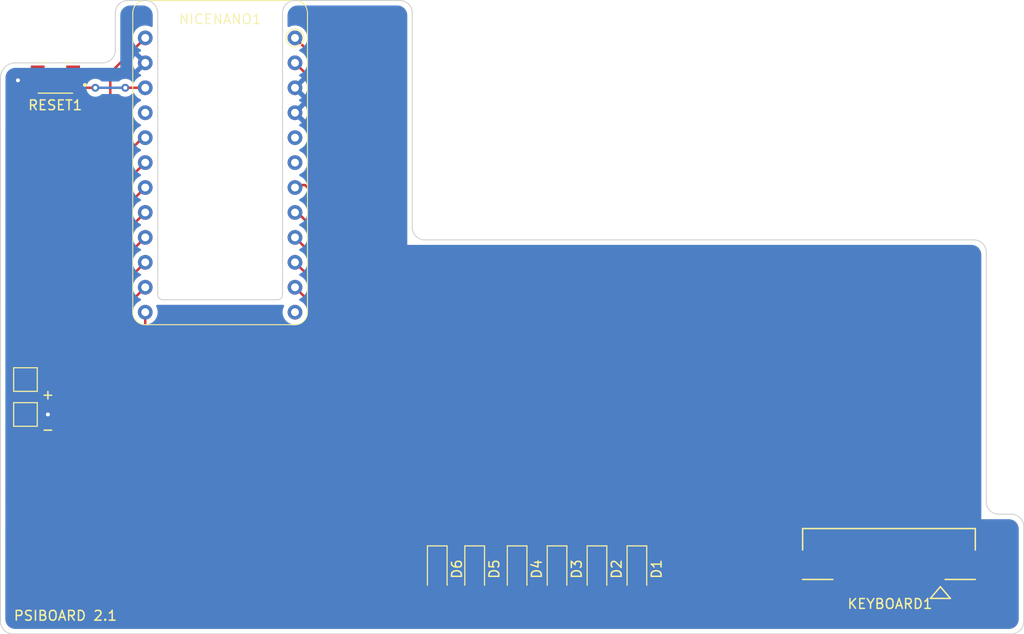
<source format=kicad_pcb>
(kicad_pcb (version 20241229) (generator "pcbnew") (generator_version "9.0")
  (layers (0 "F.Cu" signal) (2 "B.Cu" signal) (13 "F.Paste" user) (15 "B.Paste" user) (5 "F.SilkS" user "F.Silkscreen") (7 "B.SilkS" user "B.Silkscreen") (1 "F.Mask" user) (3 "B.Mask" user) (25 "Edge.Cuts" user))
  (net 0 "")
  (net 1 "ROW6-1")
  (net 2 "ROW6-2")
  (net 3 "ROW6-3")
  (net 4 "ROW6-4")
  (net 5 "ROW6-5")
  (net 6 "ROW6-6")
  (net 11 "ROW0")
  (net 12 "ROW1")
  (net 13 "ROW2")
  (net 14 "ROW3")
  (net 15 "ROW4")
  (net 16 "ROW5")
  (net 17 "ROW6")
  (net 18 "COL0")
  (net 19 "COL6")
  (net 20 "COL7")
  (net 21 "COL1")
  (net 22 "COL2")
  (net 23 "COL3")
  (net 24 "COL4")
  (net 25 "COL5")
  (net 26 "GND")
  (net 27 "RST")
  (net 28 "RAW")
  (footprint "Diode_SMD:D_SOD-123" (layer "F.Cu") (at 119.126 81.534 -90)
    (property "Reference" "D6" (at 0 -2 90) (layer "F.SilkS"))
    (property "Value" "1N4148W")
    (fp_line (start -2.36 1) (end 1.65 1) (stroke (width 0.12)) (layer "F.SilkS"))
    (fp_line (start -2.36 -1) (end -2.36 1) (stroke (width 0.12)) (layer "F.SilkS"))
    (fp_line (start -2.36 -1) (end 1.65 -1) (stroke (width 0.12)) (layer "F.SilkS"))
    (pad "1" smd roundrect (at -1.65 0 270) (size 0.9 1.2) (layers "F.Cu" "F.Mask" "F.Paste") (net 17 "ROW6"))
    (pad "2" smd roundrect (at 1.65 0 270) (size 0.9 1.2) (layers "F.Cu" "F.Mask" "F.Paste") (net 6 "ROW6-6"))
  )
  (footprint "Diode_SMD:D_SOD-123" (layer "F.Cu") (at 139.446 81.534 -90)
    (property "Reference" "D1" (at 0 -2 90) (layer "F.SilkS"))
    (property "Value" "1N4148W")
    (fp_line (start -2.36 1) (end 1.65 1) (stroke (width 0.12)) (layer "F.SilkS"))
    (fp_line (start -2.36 -1) (end -2.36 1) (stroke (width 0.12)) (layer "F.SilkS"))
    (fp_line (start -2.36 -1) (end 1.65 -1) (stroke (width 0.12)) (layer "F.SilkS"))
    (pad "1" smd roundrect (at -1.65 0 270) (size 0.9 1.2) (layers "F.Cu" "F.Mask" "F.Paste") (net 17 "ROW6"))
    (pad "2" smd roundrect (at 1.65 0 270) (size 0.9 1.2) (layers "F.Cu" "F.Mask" "F.Paste") (net 1 "ROW6-1"))
  )
  (footprint "EVQ-P7A01P:SW_EVQ-P7A01P" (layer "F.Cu") (at 80.264 31.496 180)
    (property "Reference" "RESET1" (at 0.022 -2.794 0) (layer "F.SilkS"))
    (property "Value" "EVQ-P7A01P")
    (fp_line (start 1.75 1.5635) (end 0.85 1.5635) (stroke (width 0.127)) (layer "F.SilkS"))
    (fp_line (start -0.85 1.5635) (end -1.75 1.5635) (stroke (width 0.127)) (layer "F.SilkS"))
    (fp_line (start -1.75 -1.5635) (end 1.75 -1.5635) (stroke (width 0.127)) (layer "F.SilkS"))
    (fp_circle (center -3 -0.725) (end -2.9 -0.725) (stroke (width 0.2)) (fill no) (layer "F.SilkS"))
    (pad "1_1" smd rect (at -1.8 -0.725 180) (size 1.4 1.05) (layers "F.Cu" "F.Mask" "F.Paste") (net 27 "RST"))
    (pad "1_2" smd rect (at 1.8 -0.725 180) (size 1.4 1.05) (layers "F.Cu" "F.Mask" "F.Paste") (net 27 "RST"))
    (pad "2_1" smd rect (at -1.8 0.725 180) (size 1.4 1.05) (layers "F.Cu" "F.Mask" "F.Paste") (net 26 "GND"))
    (pad "2_2" smd rect (at 1.8 0.725 180) (size 1.4 1.05) (layers "F.Cu" "F.Mask" "F.Paste") (net 26 "GND"))
  )
  (footprint "Diode_SMD:D_SOD-123" (layer "F.Cu") (at 135.382 81.534 -90)
    (property "Reference" "D2" (at 0 -2 90) (layer "F.SilkS"))
    (property "Value" "1N4148W")
    (fp_line (start -2.36 1) (end 1.65 1) (stroke (width 0.12)) (layer "F.SilkS"))
    (fp_line (start -2.36 -1) (end -2.36 1) (stroke (width 0.12)) (layer "F.SilkS"))
    (fp_line (start -2.36 -1) (end 1.65 -1) (stroke (width 0.12)) (layer "F.SilkS"))
    (pad "1" smd roundrect (at -1.65 0 270) (size 0.9 1.2) (layers "F.Cu" "F.Mask" "F.Paste") (net 17 "ROW6"))
    (pad "2" smd roundrect (at 1.65 0 270) (size 0.9 1.2) (layers "F.Cu" "F.Mask" "F.Paste") (net 2 "ROW6-2"))
  )
  (footprint "22-pin molex:CON_524352271_MOL" (layer "F.Cu") (at 165.1 80 180)
    (property "Reference" "KEYBOARD1" (at -0.1016 -5.08 0) (layer "F.SilkS"))
    (property "Value" "Conn_01x22")
    (fp_poly (pts (xy 7.8 -2.1) (xy 8.9 -2.1) (xy 8.9 0.1) (xy 7.8 0.1)) (stroke (width 0.0254)) (fill yes) (layer "F.Cu"))
    (fp_poly (pts (xy -7.8 -2.1) (xy -8.9 -2.1) (xy -8.9 0.1) (xy -7.8 0.1)) (stroke (width 0.0254)) (fill yes) (layer "F.Cu"))
    (fp_line (start 8.7884 2.5908) (end 8.7884 0.4064) (stroke (width 0.1524)) (layer "F.SilkS"))
    (fp_line (start 8.7884 -2.5908) (end 5.715 -2.5908) (stroke (width 0.1524)) (layer "F.SilkS"))
    (fp_line (start -4.2164 -4.5212) (end -5.2324 -3.3274) (stroke (width 0.1524)) (layer "F.SilkS"))
    (fp_line (start -5.715 -2.5908) (end -8.7884 -2.5908) (stroke (width 0.1524)) (layer "F.SilkS"))
    (fp_line (start -6.2484 -4.5212) (end -4.2164 -4.5212) (stroke (width 0.1524)) (layer "F.SilkS"))
    (fp_line (start -6.2484 -4.5212) (end -5.2324 -3.3274) (stroke (width 0.1524)) (layer "F.SilkS"))
    (fp_line (start -8.7884 2.5908) (end 8.7884 2.5908) (stroke (width 0.1524)) (layer "F.SilkS"))
    (fp_line (start -8.7884 0.4064) (end -8.7884 2.5908) (stroke (width 0.1524)) (layer "F.SilkS"))
    (pad "1" smd rect (at -5.24999 -2.5 180) (size 0.3 0.8) (layers "F.Cu" "F.Mask" "F.Paste"))
    (pad "2" smd rect (at -4.74999 -2.5 180) (size 0.3 0.8) (layers "F.Cu" "F.Mask" "F.Paste") (net 6 "ROW6-6"))
    (pad "3" smd rect (at -4.24999 -2.5 180) (size 0.3 0.8) (layers "F.Cu" "F.Mask" "F.Paste") (net 5 "ROW6-5"))
    (pad "4" smd rect (at -3.74999 -2.5 180) (size 0.3 0.8) (layers "F.Cu" "F.Mask" "F.Paste") (net 4 "ROW6-4"))
    (pad "5" smd rect (at -3.24999 -2.5 180) (size 0.3 0.8) (layers "F.Cu" "F.Mask" "F.Paste") (net 3 "ROW6-3"))
    (pad "6" smd rect (at -2.74999 -2.5 180) (size 0.3 0.8) (layers "F.Cu" "F.Mask" "F.Paste") (net 2 "ROW6-2"))
    (pad "7" smd rect (at -2.24999 -2.5 180) (size 0.3 0.8) (layers "F.Cu" "F.Mask" "F.Paste") (net 1 "ROW6-1"))
    (pad "8" smd rect (at -1.74999 -2.5 180) (size 0.3 0.8) (layers "F.Cu" "F.Mask" "F.Paste") (net 16 "ROW5"))
    (pad "9" smd rect (at -1.24999 -2.5 180) (size 0.3 0.8) (layers "F.Cu" "F.Mask" "F.Paste") (net 15 "ROW4"))
    (pad "10" smd rect (at -0.749988 -2.5 180) (size 0.3 0.8) (layers "F.Cu" "F.Mask" "F.Paste") (net 14 "ROW3"))
    (pad "11" smd rect (at -0.249991 -2.5 180) (size 0.3 0.8) (layers "F.Cu" "F.Mask" "F.Paste") (net 13 "ROW2"))
    (pad "12" smd rect (at 0.250009 -2.5 180) (size 0.3 0.8) (layers "F.Cu" "F.Mask" "F.Paste") (net 12 "ROW1"))
    (pad "13" smd rect (at 0.750012 -2.5 180) (size 0.3 0.8) (layers "F.Cu" "F.Mask" "F.Paste") (net 20 "COL7"))
    (pad "14" smd rect (at 1.25001 -2.5 180) (size 0.3 0.8) (layers "F.Cu" "F.Mask" "F.Paste") (net 19 "COL6"))
    (pad "15" smd rect (at 1.75001 -2.5 180) (size 0.3 0.8) (layers "F.Cu" "F.Mask" "F.Paste") (net 25 "COL5"))
    (pad "16" smd rect (at 2.25001 -2.5 180) (size 0.3 0.8) (layers "F.Cu" "F.Mask" "F.Paste") (net 11 "ROW0"))
    (pad "17" smd rect (at 2.75001 -2.5 180) (size 0.3 0.8) (layers "F.Cu" "F.Mask" "F.Paste") (net 24 "COL4"))
    (pad "18" smd rect (at 3.25001 -2.5 180) (size 0.3 0.8) (layers "F.Cu" "F.Mask" "F.Paste") (net 23 "COL3"))
    (pad "19" smd rect (at 3.75001 -2.5 180) (size 0.3 0.8) (layers "F.Cu" "F.Mask" "F.Paste") (net 22 "COL2"))
    (pad "20" smd rect (at 4.25001 -2.5 180) (size 0.3 0.8) (layers "F.Cu" "F.Mask" "F.Paste") (net 21 "COL1"))
    (pad "21" smd rect (at 4.75001 -2.5 180) (size 0.3 0.8) (layers "F.Cu" "F.Mask" "F.Paste") (net 18 "COL0"))
    (pad "22" smd rect (at 5.25001 -2.5 180) (size 0.3 0.8) (layers "F.Cu" "F.Mask" "F.Paste"))
    (pad "P1" smd rect (at -7.14999 -0.575 180) (size 1.3 3.05) (layers "F.Cu" "F.Mask" "F.Paste"))
    (pad "P2" smd rect (at 7.14999 -0.575 180) (size 1.3 3.05) (layers "F.Cu" "F.Mask" "F.Paste"))
  )
  (footprint "Diode_SMD:D_SOD-123" (layer "F.Cu") (at 131.318 81.534 -90)
    (property "Reference" "D3" (at 0 -2 90) (layer "F.SilkS"))
    (property "Value" "1N4148W")
    (fp_line (start -2.36 1) (end 1.65 1) (stroke (width 0.12)) (layer "F.SilkS"))
    (fp_line (start -2.36 -1) (end -2.36 1) (stroke (width 0.12)) (layer "F.SilkS"))
    (fp_line (start -2.36 -1) (end 1.65 -1) (stroke (width 0.12)) (layer "F.SilkS"))
    (pad "1" smd roundrect (at -1.65 0 270) (size 0.9 1.2) (layers "F.Cu" "F.Mask" "F.Paste") (net 17 "ROW6"))
    (pad "2" smd roundrect (at 1.65 0 270) (size 0.9 1.2) (layers "F.Cu" "F.Mask" "F.Paste") (net 3 "ROW6-3"))
  )
  (footprint "Diode_SMD:D_SOD-123" (layer "F.Cu") (at 122.936 81.534 -90)
    (property "Reference" "D5" (at 0 -2 90) (layer "F.SilkS"))
    (property "Value" "1N4148W")
    (fp_line (start -2.36 1) (end 1.65 1) (stroke (width 0.12)) (layer "F.SilkS"))
    (fp_line (start -2.36 -1) (end -2.36 1) (stroke (width 0.12)) (layer "F.SilkS"))
    (fp_line (start -2.36 -1) (end 1.65 -1) (stroke (width 0.12)) (layer "F.SilkS"))
    (pad "1" smd roundrect (at -1.65 0 270) (size 0.9 1.2) (layers "F.Cu" "F.Mask" "F.Paste") (net 17 "ROW6"))
    (pad "2" smd roundrect (at 1.65 0 270) (size 0.9 1.2) (layers "F.Cu" "F.Mask" "F.Paste") (net 5 "ROW6-5"))
  )
  (footprint "TestPoint:TestPoint_Pad_2.0x2.0mm" (layer "F.Cu") (at 77.216 62.23)
    (property "Reference" "J2" (hide yes))
    (property "Value" "BAT+")
    (fp_line (start -1.2 -1.2) (end 1.2 -1.2) (stroke (width 0.12)) (layer "F.SilkS"))
    (fp_line (start -1.2 1.2) (end -1.2 -1.2) (stroke (width 0.12)) (layer "F.SilkS"))
    (fp_line (start 1.2 -1.2) (end 1.2 1.2) (stroke (width 0.12)) (layer "F.SilkS"))
    (fp_line (start 1.2 1.2) (end -1.2 1.2) (stroke (width 0.12)) (layer "F.SilkS"))
    (fp_text user "+" (at 2.286 1.524 0) (layer "F.SilkS"))
    (pad "1" smd rect (at 0 0) (size 2 2) (layers "F.Cu" "F.Mask") (net 28 "RAW"))
  )
  (footprint "Diode_SMD:D_SOD-123" (layer "F.Cu") (at 127.254 81.534 -90)
    (property "Reference" "D4" (at 0 -2 90) (layer "F.SilkS"))
    (property "Value" "1N4148W")
    (fp_line (start -2.36 1) (end 1.65 1) (stroke (width 0.12)) (layer "F.SilkS"))
    (fp_line (start -2.36 -1) (end -2.36 1) (stroke (width 0.12)) (layer "F.SilkS"))
    (fp_line (start -2.36 -1) (end 1.65 -1) (stroke (width 0.12)) (layer "F.SilkS"))
    (pad "1" smd roundrect (at -1.65 0 270) (size 0.9 1.2) (layers "F.Cu" "F.Mask" "F.Paste") (net 17 "ROW6"))
    (pad "2" smd roundrect (at 1.65 0 270) (size 0.9 1.2) (layers "F.Cu" "F.Mask" "F.Paste") (net 4 "ROW6-4"))
  )
  (footprint "TestPoint:TestPoint_Pad_2.0x2.0mm" (layer "F.Cu") (at 77.216 65.786)
    (property "Reference" "J3" (hide yes))
    (property "Value" "BAT-")
    (fp_line (start -1.2 -1.2) (end 1.2 -1.2) (stroke (width 0.12)) (layer "F.SilkS"))
    (fp_line (start -1.2 1.2) (end -1.2 -1.2) (stroke (width 0.12)) (layer "F.SilkS"))
    (fp_line (start 1.2 -1.2) (end 1.2 1.2) (stroke (width 0.12)) (layer "F.SilkS"))
    (fp_line (start 1.2 1.2) (end -1.2 1.2) (stroke (width 0.12)) (layer "F.SilkS"))
    (fp_text user "-" (at 2.286 1.524 0) (layer "F.SilkS"))
    (pad "1" smd rect (at 0 0) (size 2 2) (layers "F.Cu" "F.Mask") (net 26 "GND"))
  )
  (footprint "Library:nice!nano" (layer "F.Cu") (at 97.028 40.132)
    (property "Reference" "NICENANO1" (at 0 -14.605 0) (layer "F.SilkS") (effects (font (thickness 0.1))))
    (property "Value" "nice!nano")
    (fp_line (start -8.89 15.24) (end -8.89 -15.24) (stroke (width 0.1)) (layer "F.SilkS"))
    (fp_line (start -7.62 -16.51) (end 7.62 -16.51) (stroke (width 0.1)) (layer "F.SilkS"))
    (fp_line (start 7.62 16.51) (end -7.62 16.51) (stroke (width 0.1)) (layer "F.SilkS"))
    (fp_line (start 8.89 -15.24) (end 8.89 15.24) (stroke (width 0.1)) (layer "F.SilkS"))
    (fp_arc (start -8.89 -15.24) (mid -8.518026 -16.138026) (end -7.62 -16.51) (stroke (width 0.1)) (layer "F.SilkS"))
    (fp_arc (start -7.62 16.51) (mid -8.518026 16.138026) (end -8.89 15.24) (stroke (width 0.1)) (layer "F.SilkS"))
    (fp_arc (start 7.62 -16.51) (mid 8.518026 -16.138026) (end 8.89 -15.24) (stroke (width 0.1)) (layer "F.SilkS"))
    (fp_arc (start 8.89 15.24) (mid 8.518026 16.138026) (end 7.62 16.51) (stroke (width 0.1)) (layer "F.SilkS"))
    (fp_circle (center 7.62 -12.7) (end 8.255 -12.065) (stroke (width 0.1)) (fill no) (layer "F.SilkS"))
    (pad "1" thru_hole circle (at 7.62 -12.7) (size 1.5 1.5) (drill 0.8) (layers "*.Cu" "*.Mask") (net 16 "ROW5"))
    (pad "2" thru_hole circle (at 7.62 -10.16) (size 1.5 1.5) (drill 0.8) (layers "*.Cu" "*.Mask") (net 15 "ROW4"))
    (pad "3" thru_hole circle (at 7.62 -7.62) (size 1.5 1.5) (drill 0.8) (layers "*.Cu" "*.Mask") (net 26 "GND"))
    (pad "4" thru_hole circle (at 7.62 -5.08) (size 1.5 1.5) (drill 0.8) (layers "*.Cu" "*.Mask") (net 26 "GND"))
    (pad "5" thru_hole circle (at 7.62 -2.54) (size 1.5 1.5) (drill 0.8) (layers "*.Cu" "*.Mask"))
    (pad "6" thru_hole circle (at 7.62 0) (size 1.5 1.5) (drill 0.8) (layers "*.Cu" "*.Mask"))
    (pad "7" thru_hole circle (at 7.62 2.54) (size 1.5 1.5) (drill 0.8) (layers "*.Cu" "*.Mask") (net 14 "ROW3"))
    (pad "8" thru_hole circle (at 7.62 5.08) (size 1.5 1.5) (drill 0.8) (layers "*.Cu" "*.Mask") (net 13 "ROW2"))
    (pad "9" thru_hole circle (at 7.62 7.62) (size 1.5 1.5) (drill 0.8) (layers "*.Cu" "*.Mask") (net 12 "ROW1"))
    (pad "10" thru_hole circle (at 7.62 10.16) (size 1.5 1.5) (drill 0.8) (layers "*.Cu" "*.Mask") (net 20 "COL7"))
    (pad "11" thru_hole circle (at 7.62 12.7) (size 1.5 1.5) (drill 0.8) (layers "*.Cu" "*.Mask") (net 19 "COL6"))
    (pad "12" thru_hole circle (at 7.62 15.24) (size 1.5 1.5) (drill 0.8) (layers "*.Cu" "*.Mask"))
    (pad "13" thru_hole circle (at -7.620001 15.240001) (size 1.5 1.5) (drill 0.8) (layers "*.Cu" "*.Mask") (net 25 "COL5"))
    (pad "14" thru_hole circle (at -7.62 12.7) (size 1.5 1.5) (drill 0.8) (layers "*.Cu" "*.Mask") (net 11 "ROW0"))
    (pad "15" thru_hole circle (at -7.62 10.16) (size 1.5 1.5) (drill 0.8) (layers "*.Cu" "*.Mask") (net 24 "COL4"))
    (pad "16" thru_hole circle (at -7.62 7.62) (size 1.5 1.5) (drill 0.8) (layers "*.Cu" "*.Mask") (net 23 "COL3"))
    (pad "17" thru_hole circle (at -7.62 5.08) (size 1.5 1.5) (drill 0.8) (layers "*.Cu" "*.Mask") (net 22 "COL2"))
    (pad "18" thru_hole circle (at -7.62 2.54) (size 1.5 1.5) (drill 0.8) (layers "*.Cu" "*.Mask") (net 21 "COL1"))
    (pad "19" thru_hole circle (at -7.62 0) (size 1.5 1.5) (drill 0.8) (layers "*.Cu" "*.Mask") (net 18 "COL0"))
    (pad "20" thru_hole circle (at -7.62 -2.54) (size 1.5 1.5) (drill 0.8) (layers "*.Cu" "*.Mask") (net 17 "ROW6"))
    (pad "21" thru_hole circle (at -7.62 -5.08) (size 1.5 1.5) (drill 0.8) (layers "*.Cu" "*.Mask"))
    (pad "22" thru_hole circle (at -7.62 -7.62) (size 1.5 1.5) (drill 0.8) (layers "*.Cu" "*.Mask") (net 27 "RST"))
    (pad "23" thru_hole circle (at -7.62 -10.16) (size 1.5 1.5) (drill 0.8) (layers "*.Cu" "*.Mask") (net 26 "GND"))
    (pad "24" thru_hole circle (at -7.62 -12.7) (size 1.5 1.5) (drill 0.8) (layers "*.Cu" "*.Mask") (net 28 "RAW"))
  )
  (gr_arc (start 177.546 75.946) (mid 178.444026 76.317974) (end 178.816 77.216) (stroke (width 0.1)) (layer "Edge.Cuts"))
  (gr_line (start 85.09 29.972001) (end 76.2 29.972001) (stroke (width 0.1)) (layer "Edge.Cuts"))
  (gr_line (start 177.546 88.138) (end 75.946 88.138) (stroke (width 0.1)) (layer "Edge.Cuts"))
  (gr_arc (start 91.186 54.102) (mid 90.82679 53.95321) (end 90.678 53.594) (stroke (width 0.1)) (layer "Edge.Cuts"))
  (gr_arc (start 86.36 24.892) (mid 86.731974 23.993974) (end 87.63 23.622) (stroke (width 0.1)) (layer "Edge.Cuts"))
  (gr_line (start 74.676 31.496) (end 74.676 86.868) (stroke (width 0.1)) (layer "Edge.Cuts"))
  (gr_line (start 102.87 54.102) (end 91.186 54.102) (stroke (width 0.1)) (layer "Edge.Cuts"))
  (gr_arc (start 89.407999 23.622001) (mid 90.306025 23.993975) (end 90.677999 24.892001) (stroke (width 0.1)) (layer "Edge.Cuts"))
  (gr_line (start 90.678 53.594) (end 90.678 24.892001) (stroke (width 0.1)) (layer "Edge.Cuts"))
  (gr_line (start 103.378002 24.892001) (end 103.378 53.594) (stroke (width 0.1)) (layer "Edge.Cuts"))
  (gr_line (start 177.546 75.946) (end 176.276 75.946) (stroke (width 0.1)) (layer "Edge.Cuts"))
  (gr_line (start 178.816 77.216) (end 178.816 86.868) (stroke (width 0.1)) (layer "Edge.Cuts"))
  (gr_line (start 117.856 48.006) (end 173.736 48.006) (stroke (width 0.1)) (layer "Edge.Cuts"))
  (gr_arc (start 86.360001 28.702) (mid 85.988026 29.600026) (end 85.09 29.972001) (stroke (width 0.1)) (layer "Edge.Cuts"))
  (gr_arc (start 75.946 88.138) (mid 75.047974 87.766026) (end 74.676 86.868) (stroke (width 0.1)) (layer "Edge.Cuts"))
  (gr_arc (start 117.856 48.006) (mid 116.957974 47.634026) (end 116.586 46.736) (stroke (width 0.1)) (layer "Edge.Cuts"))
  (gr_line (start 116.586 46.736) (end 116.586 24.892) (stroke (width 0.1)) (layer "Edge.Cuts"))
  (gr_arc (start 103.378 53.594) (mid 103.22921 53.95321) (end 102.87 54.102) (stroke (width 0.1)) (layer "Edge.Cuts"))
  (gr_arc (start 115.315999 23.622) (mid 116.214025 23.993974) (end 116.585999 24.892) (stroke (width 0.1)) (layer "Edge.Cuts"))
  (gr_line (start 86.360001 28.702) (end 86.36 24.892) (stroke (width 0.1)) (layer "Edge.Cuts"))
  (gr_line (start 89.407999 23.622001) (end 87.63 23.622001) (stroke (width 0.1)) (layer "Edge.Cuts"))
  (gr_arc (start 74.676001 31.496) (mid 75.12237 30.41837) (end 76.2 29.972001) (stroke (width 0.1)) (layer "Edge.Cuts"))
  (gr_arc (start 173.736 48.006) (mid 174.634026 48.377974) (end 175.006 49.276) (stroke (width 0.1)) (layer "Edge.Cuts"))
  (gr_arc (start 178.816 86.868) (mid 178.444026 87.766026) (end 177.546 88.138) (stroke (width 0.1)) (layer "Edge.Cuts"))
  (gr_arc (start 176.276 75.946) (mid 175.377974 75.574026) (end 175.006 74.676) (stroke (width 0.1)) (layer "Edge.Cuts"))
  (gr_line (start 115.316 23.622) (end 104.648001 23.622) (stroke (width 0.1)) (layer "Edge.Cuts"))
  (gr_line (start 175.006 49.276) (end 175.006 74.676) (stroke (width 0.1)) (layer "Edge.Cuts"))
  (gr_arc (start 103.378001 24.892001) (mid 103.749975 23.993975) (end 104.648001 23.622001) (stroke (width 0.1)) (layer "Edge.Cuts"))
  (gr_text "PSIBOARD 2.1" (at 75.946 86.868 0) (layer "F.SilkS") (effects (font (size 1 1)) (justify left bottom)))
  (segment (start 167.34999 82.5) (end 167.34999 83.202) (width 0.25) (layer "F.Cu") (net 1))
  (segment (start 165.96999 84.582) (end 140.844 84.582) (width 0.25) (layer "F.Cu") (net 1))
  (segment (start 140.844 84.582) (end 139.446 83.184) (width 0.25) (layer "F.Cu") (net 1))
  (segment (start 167.34999 83.202) (end 165.96999 84.582) (width 0.25) (layer "F.Cu") (net 1))
  (segment (start 137.231 85.033) (end 135.382 83.184) (width 0.25) (layer "F.Cu") (net 2))
  (segment (start 167.84999 82.5) (end 167.84999 83.33981) (width 0.25) (layer "F.Cu") (net 2))
  (segment (start 167.84999 83.33981) (end 166.1568 85.033) (width 0.25) (layer "F.Cu") (net 2))
  (segment (start 166.1568 85.033) (end 137.231 85.033) (width 0.25) (layer "F.Cu") (net 2))
  (segment (start 133.618 85.484) (end 131.318 83.184) (width 0.25) (layer "F.Cu") (net 3))
  (segment (start 168.34999 83.47762) (end 166.34361 85.484) (width 0.25) (layer "F.Cu") (net 3))
  (segment (start 166.34361 85.484) (end 133.618 85.484) (width 0.25) (layer "F.Cu") (net 3))
  (segment (start 168.34999 82.5) (end 168.34999 83.47762) (width 0.25) (layer "F.Cu") (net 3))
  (segment (start 168.84999 83.61543) (end 166.53042 85.935) (width 0.25) (layer "F.Cu") (net 4))
  (segment (start 168.84999 82.5) (end 168.84999 83.61543) (width 0.25) (layer "F.Cu") (net 4))
  (segment (start 130.005 85.935) (end 127.254 83.184) (width 0.25) (layer "F.Cu") (net 4))
  (segment (start 166.53042 85.935) (end 130.005 85.935) (width 0.25) (layer "F.Cu") (net 4))
  (segment (start 169.34999 83.75324) (end 169.34999 82.5) (width 0.25) (layer "F.Cu") (net 5))
  (segment (start 126.138 86.386) (end 166.71723 86.386) (width 0.25) (layer "F.Cu") (net 5))
  (segment (start 166.71723 86.386) (end 169.34999 83.75324) (width 0.25) (layer "F.Cu") (net 5))
  (segment (start 122.936 83.184) (end 126.138 86.386) (width 0.25) (layer "F.Cu") (net 5))
  (segment (start 119.126 83.184) (end 122.779 86.837) (width 0.25) (layer "F.Cu") (net 6))
  (segment (start 167.21499 86.837) (end 169.84999 84.202) (width 0.25) (layer "F.Cu") (net 6))
  (segment (start 122.779 86.837) (end 167.21499 86.837) (width 0.25) (layer "F.Cu") (net 6))
  (segment (start 169.84999 84.202) (end 169.84999 82.5) (width 0.25) (layer "F.Cu") (net 6))
  (segment (start 105.41 75.184) (end 87.376 57.15) (width 0.25) (layer "F.Cu") (net 11))
  (segment (start 163.322 78.486) (end 163.322 77.724) (width 0.25) (layer "F.Cu") (net 11))
  (segment (start 162.84999 82.5) (end 162.87399 82.476) (width 0.25) (layer "F.Cu") (net 11))
  (segment (start 87.376 57.15) (end 87.376 54.864) (width 0.25) (layer "F.Cu") (net 11))
  (segment (start 163.322 77.724) (end 160.782 75.184) (width 0.25) (layer "F.Cu") (net 11))
  (segment (start 162.84999 82.5) (end 162.84999 78.95801) (width 0.25) (layer "F.Cu") (net 11))
  (segment (start 160.782 75.184) (end 105.41 75.184) (width 0.25) (layer "F.Cu") (net 11))
  (segment (start 87.376 54.864) (end 89.408 52.832) (width 0.25) (layer "F.Cu") (net 11))
  (segment (start 162.84999 78.95801) (end 163.322 78.486) (width 0.25) (layer "F.Cu") (net 11))
  (segment (start 166.116 79.248) (end 166.116 75.946) (width 0.25) (layer "F.Cu") (net 12))
  (segment (start 109.728 69.596) (end 109.728 52.832) (width 0.25) (layer "F.Cu") (net 12))
  (segment (start 164.873991 82.476) (end 164.873991 80.490009) (width 0.25) (layer "F.Cu") (net 12))
  (segment (start 164.849991 82.5) (end 164.873991 82.476) (width 0.25) (layer "F.Cu") (net 12))
  (segment (start 166.116 75.946) (end 162.306 72.136) (width 0.25) (layer "F.Cu") (net 12))
  (segment (start 112.268 72.136) (end 109.728 69.596) (width 0.25) (layer "F.Cu") (net 12))
  (segment (start 162.306 72.136) (end 112.268 72.136) (width 0.25) (layer "F.Cu") (net 12))
  (segment (start 164.873991 80.490009) (end 166.116 79.248) (width 0.25) (layer "F.Cu") (net 12))
  (segment (start 109.728 52.832) (end 104.648 47.752) (width 0.25) (layer "F.Cu") (net 12))
  (segment (start 165.373988 80.752012) (end 166.624 79.502) (width 0.25) (layer "F.Cu") (net 13))
  (segment (start 110.998 69.088) (end 110.998 51.308) (width 0.25) (layer "F.Cu") (net 13))
  (segment (start 165.349991 82.5) (end 165.373988 82.476003) (width 0.25) (layer "F.Cu") (net 13))
  (segment (start 162.56 71.628) (end 113.538 71.628) (width 0.25) (layer "F.Cu") (net 13))
  (segment (start 110.998 51.308) (end 104.902 45.212) (width 0.25) (layer "F.Cu") (net 13))
  (segment (start 165.373988 82.476003) (end 165.373988 80.752012) (width 0.25) (layer "F.Cu") (net 13))
  (segment (start 166.624 75.692) (end 162.56 71.628) (width 0.25) (layer "F.Cu") (net 13))
  (segment (start 166.624 79.502) (end 166.624 75.692) (width 0.25) (layer "F.Cu") (net 13))
  (segment (start 113.538 71.628) (end 110.998 69.088) (width 0.25) (layer "F.Cu") (net 13))
  (segment (start 104.902 45.212) (end 104.648 45.212) (width 0.25) (layer "F.Cu") (net 13))
  (segment (start 165.87399 82.475998) (end 165.87399 81.01401) (width 0.25) (layer "F.Cu") (net 14))
  (segment (start 105.664 42.418) (end 104.902 42.418) (width 0.25) (layer "F.Cu") (net 14))
  (segment (start 162.814 71.12) (end 114.808 71.12) (width 0.25) (layer "F.Cu") (net 14))
  (segment (start 114.808 71.12) (end 112.268 68.58) (width 0.25) (layer "F.Cu") (net 14))
  (segment (start 167.132 75.438) (end 162.814 71.12) (width 0.25) (layer "F.Cu") (net 14))
  (segment (start 112.268 49.022) (end 105.664 42.418) (width 0.25) (layer "F.Cu") (net 14))
  (segment (start 104.902 42.418) (end 104.648 42.672) (width 0.25) (layer "F.Cu") (net 14))
  (segment (start 165.849988 82.5) (end 165.87399 82.475998) (width 0.25) (layer "F.Cu") (net 14))
  (segment (start 112.268 68.58) (end 112.268 49.022) (width 0.25) (layer "F.Cu") (net 14))
  (segment (start 167.132 79.756) (end 167.132 75.438) (width 0.25) (layer "F.Cu") (net 14))
  (segment (start 165.87399 81.01401) (end 167.132 79.756) (width 0.25) (layer "F.Cu") (net 14))
  (segment (start 167.64 75.184) (end 163.068 70.612) (width 0.25) (layer "F.Cu") (net 15))
  (segment (start 163.068 70.612) (end 115.824 70.612) (width 0.25) (layer "F.Cu") (net 15))
  (segment (start 166.34999 82.5) (end 166.37399 82.476) (width 0.25) (layer "F.Cu") (net 15))
  (segment (start 166.37399 82.476) (end 166.37399 81.27601) (width 0.25) (layer "F.Cu") (net 15))
  (segment (start 115.824 70.612) (end 113.538 68.326) (width 0.25) (layer "F.Cu") (net 15))
  (segment (start 113.538 38.862) (end 104.648 29.972) (width 0.25) (layer "F.Cu") (net 15))
  (segment (start 166.37399 81.27601) (end 167.64 80.01) (width 0.25) (layer "F.Cu") (net 15))
  (segment (start 113.538 68.326) (end 113.538 38.862) (width 0.25) (layer "F.Cu") (net 15))
  (segment (start 167.64 80.01) (end 167.64 75.184) (width 0.25) (layer "F.Cu") (net 15))
  (segment (start 114.808 68.072) (end 114.808 37.592) (width 0.25) (layer "F.Cu") (net 16))
  (segment (start 166.84999 82.5) (end 166.87399 82.476) (width 0.25) (layer "F.Cu") (net 16))
  (segment (start 116.84 70.104) (end 114.808 68.072) (width 0.25) (layer "F.Cu") (net 16))
  (segment (start 114.808 37.592) (end 104.648 27.432) (width 0.25) (layer "F.Cu") (net 16))
  (segment (start 166.87399 81.53801) (end 168.148 80.264) (width 0.25) (layer "F.Cu") (net 16))
  (segment (start 166.87399 82.476) (end 166.87399 81.53801) (width 0.25) (layer "F.Cu") (net 16))
  (segment (start 168.148 80.264) (end 168.148 74.93) (width 0.25) (layer "F.Cu") (net 16))
  (segment (start 163.322 70.104) (end 116.84 70.104) (width 0.25) (layer "F.Cu") (net 16))
  (segment (start 168.148 74.93) (end 163.322 70.104) (width 0.25) (layer "F.Cu") (net 16))
  (segment (start 139.446 79.884) (end 139.32 80.01) (width 0.25) (layer "F.Cu") (net 17))
  (segment (start 131.318 79.884) (end 127.254 79.884) (width 0.25) (layer "F.Cu") (net 17))
  (segment (start 127.254 79.884) (end 122.936 79.884) (width 0.25) (layer "F.Cu") (net 17))
  (segment (start 119.126 79.884) (end 94.87 79.884) (width 0.25) (layer "F.Cu") (net 17))
  (segment (start 135.382 79.884) (end 131.318 79.884) (width 0.25) (layer "F.Cu") (net 17))
  (segment (start 122.936 79.884) (end 119.126 79.884) (width 0.25) (layer "F.Cu") (net 17))
  (segment (start 89.154 37.592) (end 89.408 37.592) (width 0.25) (layer "F.Cu") (net 17))
  (segment (start 131.318 79.884) (end 131.192 79.884) (width 0.25) (layer "F.Cu") (net 17))
  (segment (start 81.026 45.72) (end 89.154 37.592) (width 0.25) (layer "F.Cu") (net 17))
  (segment (start 131.444 80.01) (end 131.318 79.884) (width 0.25) (layer "F.Cu") (net 17))
  (segment (start 94.87 79.884) (end 81.026 66.04) (width 0.25) (layer "F.Cu") (net 17))
  (segment (start 131.192 79.884) (end 131.064 79.756) (width 0.25) (layer "F.Cu") (net 17))
  (segment (start 139.446 79.884) (end 135.382 79.884) (width 0.25) (layer "F.Cu") (net 17))
  (segment (start 81.026 66.04) (end 81.026 45.72) (width 0.25) (layer "F.Cu") (net 17))
  (segment (start 96.266 78.232) (end 82.296 64.262) (width 0.25) (layer "F.Cu") (net 18))
  (segment (start 82.296 47.244) (end 89.408 40.132) (width 0.25) (layer "F.Cu") (net 18))
  (segment (start 82.296 64.262) (end 82.296 47.244) (width 0.25) (layer "F.Cu") (net 18))
  (segment (start 160.34999 82.5) (end 160.34999 79.32399) (width 0.25) (layer "F.Cu") (net 18))
  (segment (start 160.34999 82.5) (end 160.32599 82.476) (width 0.25) (layer "F.Cu") (net 18))
  (segment (start 159.258 78.232) (end 96.266 78.232) (width 0.25) (layer "F.Cu") (net 18))
  (segment (start 160.34999 79.32399) (end 159.258 78.232) (width 0.25) (layer "F.Cu") (net 18))
  (segment (start 108.966 73.66) (end 106.68 71.374) (width 0.25) (layer "F.Cu") (net 19))
  (segment (start 163.873988 79.966012) (end 164.592 79.248) (width 0.25) (layer "F.Cu") (net 19))
  (segment (start 164.592 76.708) (end 161.544 73.66) (width 0.25) (layer "F.Cu") (net 19))
  (segment (start 106.68 71.374) (end 106.68 54.864) (width 0.25) (layer "F.Cu") (net 19))
  (segment (start 164.592 79.248) (end 164.592 76.708) (width 0.25) (layer "F.Cu") (net 19))
  (segment (start 163.873988 82.476002) (end 163.873988 79.966012) (width 0.25) (layer "F.Cu") (net 19))
  (segment (start 106.68 54.864) (end 104.648 52.832) (width 0.25) (layer "F.Cu") (net 19))
  (segment (start 163.84999 82.5) (end 163.873988 82.476002) (width 0.25) (layer "F.Cu") (net 19))
  (segment (start 161.544 73.66) (end 108.966 73.66) (width 0.25) (layer "F.Cu") (net 19))
  (segment (start 165.1 79.502) (end 165.1 76.454) (width 0.25) (layer "F.Cu") (net 20))
  (segment (start 164.373991 82.475997) (end 164.373991 80.228009) (width 0.25) (layer "F.Cu") (net 20))
  (segment (start 164.349988 82.5) (end 164.373991 82.475997) (width 0.25) (layer "F.Cu") (net 20))
  (segment (start 161.798 73.152) (end 110.236 73.152) (width 0.25) (layer "F.Cu") (net 20))
  (segment (start 107.95 53.594) (end 104.648 50.292) (width 0.25) (layer "F.Cu") (net 20))
  (segment (start 107.95 70.866) (end 107.95 53.594) (width 0.25) (layer "F.Cu") (net 20))
  (segment (start 164.373991 80.228009) (end 165.1 79.502) (width 0.25) (layer "F.Cu") (net 20))
  (segment (start 165.1 76.454) (end 161.798 73.152) (width 0.25) (layer "F.Cu") (net 20))
  (segment (start 110.236 73.152) (end 107.95 70.866) (width 0.25) (layer "F.Cu") (net 20))
  (segment (start 159.70722 77.724) (end 98.298 77.724) (width 0.25) (layer "F.Cu") (net 21))
  (segment (start 83.312 62.738) (end 83.312 48.768) (width 0.25) (layer "F.Cu") (net 21))
  (segment (start 160.87399 78.89077) (end 159.70722 77.724) (width 0.25) (layer "F.Cu") (net 21))
  (segment (start 98.298 77.724) (end 83.312 62.738) (width 0.25) (layer "F.Cu") (net 21))
  (segment (start 160.84999 82.5) (end 160.87399 82.476) (width 0.25) (layer "F.Cu") (net 21))
  (segment (start 160.87399 82.476) (end 160.87399 78.89077) (width 0.25) (layer "F.Cu") (net 21))
  (segment (start 83.312 48.768) (end 89.408 42.672) (width 0.25) (layer "F.Cu") (net 21))
  (segment (start 84.328 50.292) (end 89.408 45.212) (width 0.25) (layer "F.Cu") (net 22))
  (segment (start 84.328 61.468) (end 84.328 50.292) (width 0.25) (layer "F.Cu") (net 22))
  (segment (start 161.37399 82.476) (end 161.37399 78.56999) (width 0.25) (layer "F.Cu") (net 22))
  (segment (start 161.34999 82.5) (end 161.37399 82.476) (width 0.25) (layer "F.Cu") (net 22))
  (segment (start 100.076 77.216) (end 84.328 61.468) (width 0.25) (layer "F.Cu") (net 22))
  (segment (start 161.37399 78.56999) (end 160.02 77.216) (width 0.25) (layer "F.Cu") (net 22))
  (segment (start 160.02 77.216) (end 100.076 77.216) (width 0.25) (layer "F.Cu") (net 22))
  (segment (start 85.344 60.198) (end 85.344 51.816) (width 0.25) (layer "F.Cu") (net 23))
  (segment (start 161.87399 82.476) (end 161.87399 78.30799) (width 0.25) (layer "F.Cu") (net 23))
  (segment (start 85.344 51.816) (end 89.408 47.752) (width 0.25) (layer "F.Cu") (net 23))
  (segment (start 101.854 76.708) (end 85.344 60.198) (width 0.25) (layer "F.Cu") (net 23))
  (segment (start 161.87399 78.30799) (end 160.274 76.708) (width 0.25) (layer "F.Cu") (net 23))
  (segment (start 160.274 76.708) (end 101.854 76.708) (width 0.25) (layer "F.Cu") (net 23))
  (segment (start 161.84999 82.5) (end 161.87399 82.476) (width 0.25) (layer "F.Cu") (net 23))
  (segment (start 86.36 58.674) (end 86.36 53.34) (width 0.25) (layer "F.Cu") (net 24))
  (segment (start 160.528 76.2) (end 103.886 76.2) (width 0.25) (layer "F.Cu") (net 24))
  (segment (start 162.37399 82.476) (end 162.37399 78.04599) (width 0.25) (layer "F.Cu") (net 24))
  (segment (start 103.886 76.2) (end 86.36 58.674) (width 0.25) (layer "F.Cu") (net 24))
  (segment (start 162.34999 82.5) (end 162.37399 82.476) (width 0.25) (layer "F.Cu") (net 24))
  (segment (start 86.36 53.34) (end 89.408 50.292) (width 0.25) (layer "F.Cu") (net 24))
  (segment (start 162.37399 78.04599) (end 160.528 76.2) (width 0.25) (layer "F.Cu") (net 24))
  (segment (start 163.37399 82.476) (end 163.37399 79.70401) (width 0.25) (layer "F.Cu") (net 25))
  (segment (start 164.084 76.962) (end 161.29 74.168) (width 0.25) (layer "F.Cu") (net 25))
  (segment (start 89.407999 56.641999) (end 89.407999 55.372001) (width 0.25) (layer "F.Cu") (net 25))
  (segment (start 163.37399 79.70401) (end 164.084 78.994) (width 0.25) (layer "F.Cu") (net 25))
  (segment (start 163.34999 82.5) (end 163.37399 82.476) (width 0.25) (layer "F.Cu") (net 25))
  (segment (start 161.29 74.168) (end 106.934 74.168) (width 0.25) (layer "F.Cu") (net 25))
  (segment (start 106.934 74.168) (end 89.407999 56.641999) (width 0.25) (layer "F.Cu") (net 25))
  (segment (start 164.084 78.994) (end 164.084 76.962) (width 0.25) (layer "F.Cu") (net 25))
  (segment (start 79.502 65.786) (end 77.216 65.786) (width 0.25) (layer "F.Cu") (net 26))
  (segment (start 78.464 30.771) (end 82.064 30.771) (width 0.25) (layer "F.Cu") (net 26))
  (segment (start 78.464 30.771) (end 77.433 30.771) (width 0.25) (layer "F.Cu") (net 26))
  (segment (start 77.433 30.771) (end 76.454 31.75) (width 0.25) (layer "F.Cu") (net 26))
  (via (at 76.454 31.75) (size 0.8) (drill 0.4) (layers "F.Cu" "B.Cu") (net 26))
  (via (at 79.502 65.786) (size 0.8) (drill 0.4) (layers "F.Cu" "B.Cu") (net 26))
  (segment (start 84.328 32.512) (end 82.355 32.512) (width 0.25) (layer "F.Cu") (net 27))
  (segment (start 82.064 32.221) (end 78.464 32.221) (width 0.25) (layer "F.Cu") (net 27))
  (segment (start 82.355 32.512) (end 82.064 32.221) (width 0.25) (layer "F.Cu") (net 27))
  (segment (start 89.408 32.512) (end 87.376 32.512) (width 0.25) (layer "F.Cu") (net 27))
  (via (at 84.328 32.512) (size 0.8) (drill 0.4) (layers "F.Cu" "B.Cu") (net 27))
  (via (at 87.376 32.512) (size 0.8) (drill 0.4) (layers "F.Cu" "B.Cu") (net 27))
  (segment (start 87.376 32.512) (end 84.328 32.512) (width 0.25) (layer "B.Cu") (net 27))
  (segment (start 77.216 42.418) (end 77.216 62.23) (width 0.25) (layer "F.Cu") (net 28))
  (segment (start 85.852 33.782) (end 77.216 42.418) (width 0.25) (layer "F.Cu") (net 28))
  (segment (start 89.408 27.432) (end 85.852 30.988) (width 0.25) (layer "F.Cu") (net 28))
  (segment (start 85.852 30.988) (end 85.852 33.782) (width 0.25) (layer "F.Cu") (net 28))
  (zone (net 26) (net_name "GND") (layer "B.Cu") (name "GND") (connect_pads (clearance 0.508)) (min_thickness 0.25) (fill yes (thermal_gap 0.5) (thermal_bridge_width 0.5) (smoothing fillet) (radius 1))
    (polygon (pts (xy 90.17 24.13) (xy 86.868 24.13) (xy 86.868 30.479928) (xy 75.183918 30.483241) (xy 75.165522 87.633313) (xy 178.308 87.633313) (xy 178.308 76.457313) (xy 174.498 76.457313) (xy 174.498 48.514) (xy 116.078 48.513999) (xy 116.078 24.133313) (xy 103.886 24.133313) (xy 103.886 54.613313) (xy 90.17 54.613313)))
  )
)
</source>
